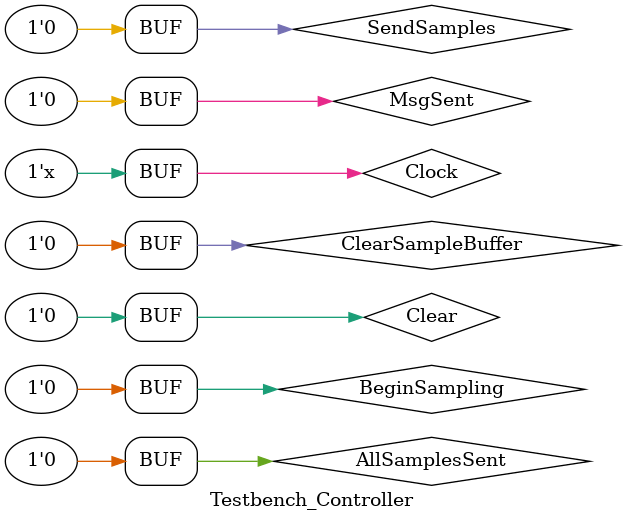
<source format=v>
/*
    Testbench_Controller.v
*/    

`timescale 1ns / 1ps

module Testbench_Controller;

	// registers to drive Controller inputs
    reg  Clock = 0;
    reg  Clear = 0;

	reg ClearSampleBuffer = 0; // from MsgRouter, indicate a particular command received
	reg BeginSampling = 0;
	reg SendSamples = 0;

    wire ADC_Valid;
    reg AllSamplesSent = 0;
    reg MsgSent = 0;
    reg WordAddrMax; // = 0;
    
    // wires for Controller outputs
    wire SendReadyMsg;
    wire SendSamplesMsg;
    wire SendAllSentMsg;                     
    wire ADC_Trigger;
    wire ClearWriteAddr;
    wire IncrWriteAddr;
    wire WordWrite;
    wire DataMuxSel;
    wire DAC_Trigger;
    wire ByteAddrClear;
    wire ClearSampleMsgCntr;
    
    wire [9:0] Dout; // ADC
    localparam RamAddrWidth = 5; // 10
    
    ADC3_Controller #(.ClockFreq (50_000_000), 
                      .Fs (50_000_000 / 64)) // (19150)) // sampling frequency
                  U1 (.Clock (Clock),        
				      .Clear (Clear),
				      
				      // inputs
				      .ClearSampleBuffer (ClearSampleBuffer), 
				      .BeginSampling     (BeginSampling),
				      .SendSamples       (SendSamples),

                      .ADC_Valid      (ADC_Valid),
                      .AllSamplesSent (AllSamplesSent),
                      .MsgSent        (MsgSent),
                      .WordAddrMax    (WordAddrMax),
                      
                      // outputs
                      .SendReadyMsg   (SendReadyMsg),    // to message generators
                      .SendSamplesMsg (SendSamplesMsg),
                      .SendAllSentMsg (SendAllSentMsg),
                      
                      .ADC_Trigger    (ADC_Trigger),
                      .ClearWriteAddr (ClearWriteAddr),
                      .IncrWriteAddr  (IncrWriteAddr),
                      .WordWrite      (WordWrite),
                      .DataMuxSel     (DataMuxSel),
                      .DAC_Trigger    (DAC_Trigger),
                      .ByteAddrClear  (ByteAddrClear),
                      .ClearSampleMsgCntr (ClearSampleMsgCntr));

    Mercury2_ADC_Sim U2 (.clk_50MHZ (Clock),     // -- 50MHz onboard oscillator
                         .trigger (ADC_Trigger),       // -- assert to write Din to ADC
                         .channel (3'b000), // -- 0..7
                         .Dout (Dout),      // -- data out
                         .OutVal (ADC_Valid),    // -- output valid
                         .difn (1),          // -- select single ended or differential
                         .adc_miso (0),
                         .adc_mosi (), 
                         .adc_cs (), 
                         .adc_clk ());                         
    //
    // WordAddrCounter                         
    //    
    wire [RamAddrWidth-1:0] WordAddress;
    
    CounterUEC #(.Width (RamAddrWidth))
             U3 (.Enable (IncrWriteAddr),
			 	 .Clr    (ClearWriteAddr),
                 .Clk    (Clock),
                 .Output (WordAddress));

    always @ (*) begin
        WordAddrMax <= &WordAddress;
    end
    
//    P2S_Register U4 (input [Width-1:0]  Input,
//                     input              Clr,   // sync, active high
//                     input              Clk,   // pos edge triggered
//                     input              Load,
//  				     output             Empty,     // ready to load,
//                     output reg [Width-1:0] Output,
//                     input              GetNext);
    

    //******************************************************************                         


    //
    // test bench initializations
    //    
    initial
    begin
        $display ("module: %m");
    //    $monitor ($time, " state %d, msgByte 0x%h, WriteByte %h", U1.state, U1.MessageByte, U1.WriteDataByte);
                            
            Clear = 1;
        #50 Clear = 0;
    end

    //
    // clock period
    //
    always
        #10 Clock = ~Clock;  
        
    //
    // test run
    //
    initial
    begin
//		#100 SendSamples = 1;
//		#20  SendSamples = 0;
//		#100 BeginSampling = 1;
//		#20  BeginSampling = 0;
		#100 ClearSampleBuffer = 1;
		#20  ClearSampleBuffer = 0;
		
	
   //   #3000 $finish;
	end



endmodule

</source>
